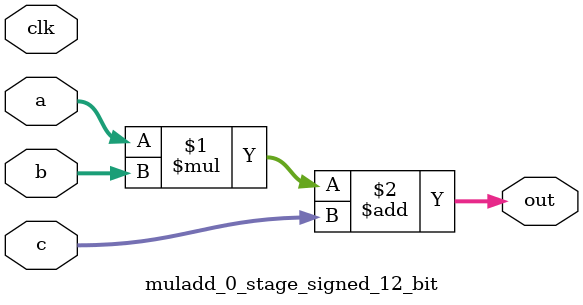
<source format=sv>
(* use_dsp = "yes" *) module muladd_0_stage_signed_12_bit(
	input signed [11:0] a,
	input signed [11:0] b,
	input signed [11:0] c,
	output [11:0] out,
	input clk);

	assign out = (a * b) + c;
endmodule

</source>
